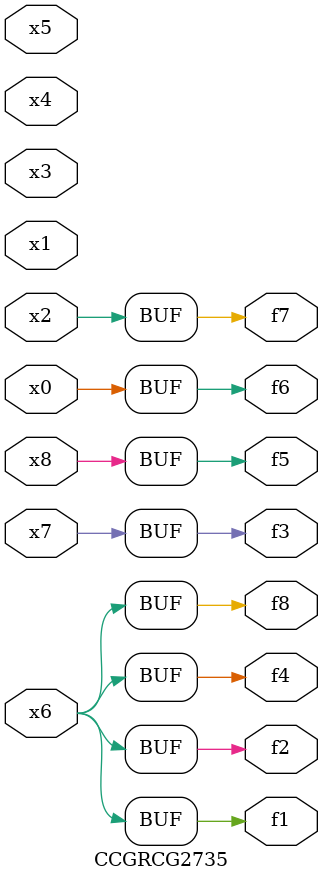
<source format=v>
module CCGRCG2735(
	input x0, x1, x2, x3, x4, x5, x6, x7, x8,
	output f1, f2, f3, f4, f5, f6, f7, f8
);
	assign f1 = x6;
	assign f2 = x6;
	assign f3 = x7;
	assign f4 = x6;
	assign f5 = x8;
	assign f6 = x0;
	assign f7 = x2;
	assign f8 = x6;
endmodule

</source>
